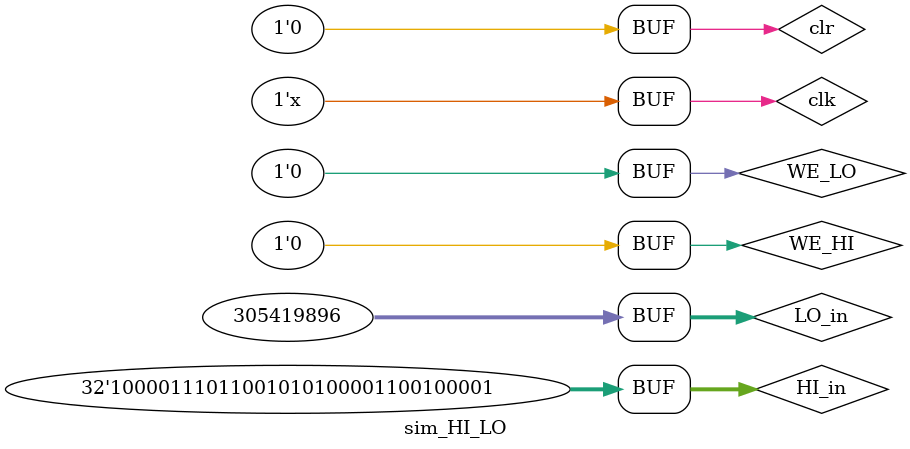
<source format=v>
`timescale 1ns / 1ps


module sim_HI_LO();
	
	reg clk,clr,WE_HI,WE_LO;
	reg [31:0] HI_in,LO_in;
	wire [31:0] HI_out,LO_out;
	
	initial begin
		clk = 1;
		clr = 0;
		WE_HI = 0;
		WE_LO = 0;
		HI_in = 0;
		LO_in = 0;
		
		#10;
		WE_HI = 1;HI_in = 32'h8765_4321;
		#5;
		WE_HI = 0;
		#5;
		WE_LO = 1;		
		LO_in = 32'h1234_5678;
		#5;
		WE_LO = 0;
		#5;
		#20;
		clr = 1;
		#10;
		WE_HI = 1;HI_in = 32'h8765_4321;
		#5;
		WE_HI = 0;
		#5;
		WE_LO = 1;		
		LO_in = 32'h1234_5678;
		#5;
		WE_LO = 0;
		#10;
		clr = 0;
		#5;
		WE_HI = 1;HI_in = 32'h8765_4321;
		#5;
		WE_HI = 0;
		#5;
		WE_LO = 1;		
		LO_in = 32'h1234_5678;
		#5;
		WE_LO = 0;
	end
	
	always begin
		#5 clk = ~clk;
	end

	Register_HI_LO HI_LO(clk,clr,WE_HI,WE_LO,HI_in,LO_in,HI_out,LO_out);
endmodule

</source>
